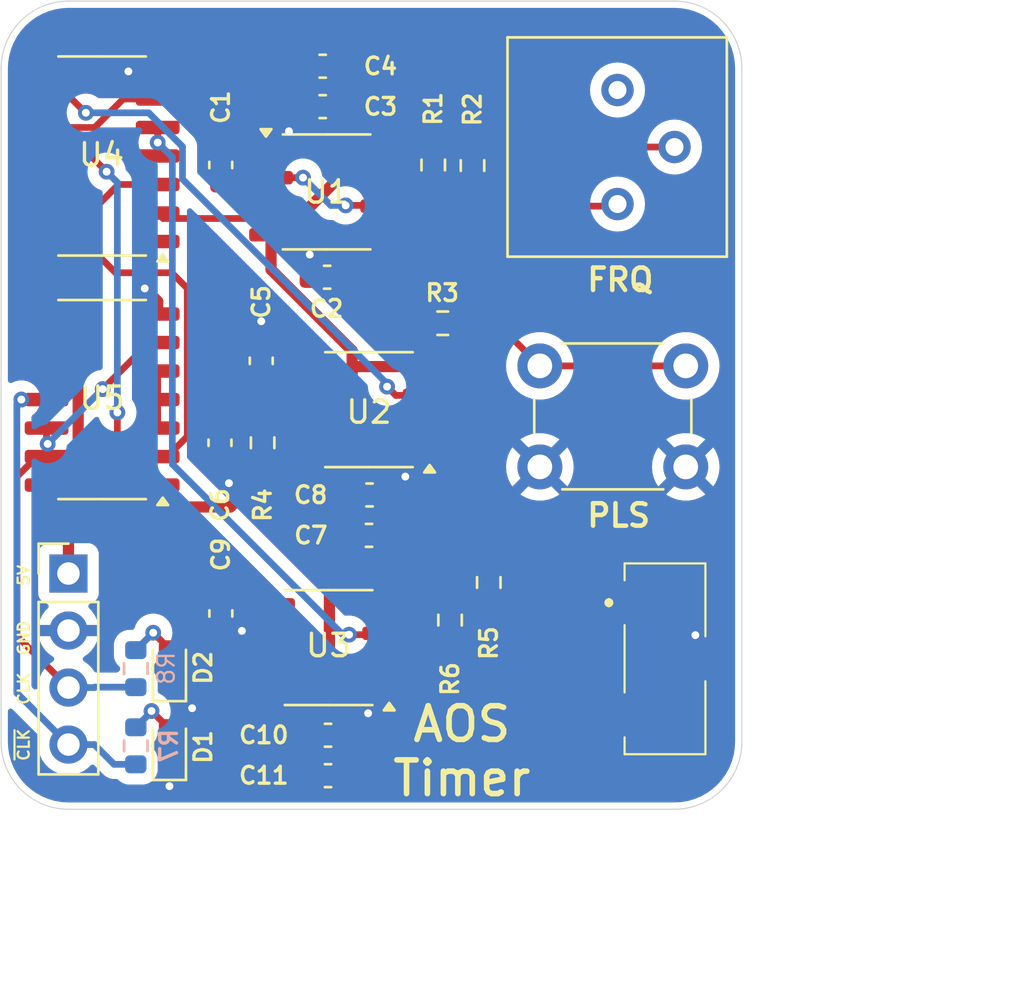
<source format=kicad_pcb>
(kicad_pcb (version 20240108) (generator "pcbnew") (generator_version "8.0")
  (layers (0 "F.Cu" signal) (31 "B.Cu" signal) (34 "B.Paste" user) (35 "F.Paste" user) (36 "B.SilkS" user "B.Silkscreen") (37 "F.SilkS" user "F.Silkscreen") (38 "B.Mask" user) (39 "F.Mask" user) (44 "Edge.Cuts" user))
  (net 0 "")
  (net 1 "Net-(U1-THR)")
  (net 2 "GND")
  (net 3 "VCC")
  (net 4 "Net-(U1-DIS)")
  (net 5 "Net-(R2-Pad2)")
  (net 7 "Net-(U2-CV)")
  (net 8 "Net-(U1-CV)")
  (net 9 "Net-(U2-DIS)")
  (net 10 "Net-(U3-CV)")
  (net 11 "Net-(U2-TR)")
  (net 12 "Net-(U3-R)")
  (net 13 "Net-(U3-TR)")
  (net 14 "Net-(U1-Q)")
  (net 15 "Net-(U2-Q)")
  (net 17 "Net-(U3-Q)")
  (net 18 "Net-(U4-Pad10)")
  (net 19 "Net-(U4-Pad13)")
  (net 20 "Net-(U4-Pad11)")
  (net 21 "Net-(U4-Pad12)")
  (net 22 "Net-(J1-Pin_3)")
  (net 23 "Net-(U5-Pad2)")
  (net 24 "Net-(J1-Pin_4)")
  (net 25 "/HLT")
  (net 26 "Net-(U5-Pad3)")
  (net 27 "Net-(D1-A)")
  (net 28 "Net-(D2-A)")
  (footprint "LED_SMD:LED_0603_1608Metric" (layer "F.Cu") (at 78 86.7 90)
    (property "Reference" "D2" (at 0 1.5 90) (layer "F.SilkS") (effects (font (size 0.75 0.75))))
    (property "Value" "LED" (hide yes))
    (fp_line (start 0.8 -0.735) (end -1.485 -0.735) (stroke (width 0.12)) (layer "F.SilkS"))
    (fp_line (start -1.485 -0.735) (end -1.485 0.735) (stroke (width 0.12)) (layer "F.SilkS"))
    (fp_line (start -1.485 0.735) (end 0.8 0.735) (stroke (width 0.12)) (layer "F.SilkS"))
    (pad "1" smd roundrect (at -0.7875 0 90) (size 0.875 0.95) (layers "F.Cu" "F.Paste" "F.Mask") (net 2 "GND"))
    (pad "2" smd roundrect (at 0.7875 0 90) (size 0.875 0.95) (layers "F.Cu" "F.Paste" "F.Mask") (net 28 "Net-(D2-A)"))
  )
  (footprint "Package_SO:SOIC-8_3.9x4.9mm_P1.27mm" (layer "F.Cu") (at 85 65.5)
    (property "Reference" "U1" (at 0 0 0) (layer "F.SilkS"))
    (property "Value" "LM555xMM" (hide yes))
    (fp_line (start 0 -2.56) (end -1.95 -2.56) (stroke (width 0.12)) (layer "F.SilkS"))
    (fp_line (start 0 -2.56) (end 1.95 -2.56) (stroke (width 0.12)) (layer "F.SilkS"))
    (fp_line (start 0 2.56) (end -1.95 2.56) (stroke (width 0.12)) (layer "F.SilkS"))
    (fp_line (start 0 2.56) (end 1.95 2.56) (stroke (width 0.12)) (layer "F.SilkS"))
    (fp_poly (pts (xy -2.7 -2.465) (xy -2.94 -2.795) (xy -2.46 -2.795) (xy -2.7 -2.465)) (stroke (width 0.12)) (fill solid) (layer "F.SilkS"))
    (pad "1" smd roundrect (at -2.475 -1.905) (size 1.95 0.6) (layers "F.Cu" "F.Paste" "F.Mask") (net 2 "GND"))
    (pad "2" smd roundrect (at -2.475 -0.635) (size 1.95 0.6) (layers "F.Cu" "F.Paste" "F.Mask") (net 1 "Net-(U1-THR)"))
    (pad "3" smd roundrect (at -2.475 0.635) (size 1.95 0.6) (layers "F.Cu" "F.Paste" "F.Mask") (net 14 "Net-(U1-Q)"))
    (pad "4" smd roundrect (at -2.475 1.905) (size 1.95 0.6) (layers "F.Cu" "F.Paste" "F.Mask") (net 3 "VCC"))
    (pad "5" smd roundrect (at 2.475 1.905) (size 1.95 0.6) (layers "F.Cu" "F.Paste" "F.Mask") (net 8 "Net-(U1-CV)"))
    (pad "6" smd roundrect (at 2.475 0.635) (size 1.95 0.6) (layers "F.Cu" "F.Paste" "F.Mask") (net 1 "Net-(U1-THR)"))
    (pad "7" smd roundrect (at 2.475 -0.635) (size 1.95 0.6) (layers "F.Cu" "F.Paste" "F.Mask") (net 4 "Net-(U1-DIS)"))
    (pad "8" smd roundrect (at 2.475 -1.905) (size 1.95 0.6) (layers "F.Cu" "F.Paste" "F.Mask") (net 3 "VCC"))
  )
  (footprint "Capacitor_SMD:C_0603_1608Metric" (layer "F.Cu") (at 82.0883 73.025 90)
    (property "Reference" "C5" (at 2.625 0 90) (layer "F.SilkS") (effects (font (size 0.75 0.75))))
    (property "Value" "0.01µF" (hide yes))
    (fp_line (start -0.14058 -0.51) (end 0.14058 -0.51) (stroke (width 0.12)) (layer "F.SilkS"))
    (fp_line (start -0.14058 0.51) (end 0.14058 0.51) (stroke (width 0.12)) (layer "F.SilkS"))
    (pad "1" smd roundrect (at -0.775 0 90) (size 0.9 0.95) (layers "F.Cu" "F.Paste" "F.Mask") (net 7 "Net-(U2-CV)"))
    (pad "2" smd roundrect (at 0.775 0 90) (size 0.9 0.95) (layers "F.Cu" "F.Paste" "F.Mask") (net 2 "GND"))
  )
  (footprint "Capacitor_SMD:C_0603_1608Metric" (layer "F.Cu") (at 84.825 61.7 180)
    (property "Reference" "C3" (at -2.575 0 0) (layer "F.SilkS") (effects (font (size 0.75 0.75))))
    (property "Value" "0.1µF" (hide yes))
    (fp_line (start -0.14058 0.51) (end 0.14058 0.51) (stroke (width 0.12)) (layer "F.SilkS"))
    (fp_line (start -0.14058 -0.51) (end 0.14058 -0.51) (stroke (width 0.12)) (layer "F.SilkS"))
    (pad "1" smd roundrect (at -0.775 0 180) (size 0.9 0.95) (layers "F.Cu" "F.Paste" "F.Mask") (net 3 "VCC"))
    (pad "2" smd roundrect (at 0.775 0 180) (size 0.9 0.95) (layers "F.Cu" "F.Paste" "F.Mask") (net 2 "GND"))
  )
  (footprint "Resistor_SMD:R_0603_1608Metric" (layer "F.Cu") (at 90.175 71.35 180)
    (property "Reference" "R3" (at 0.025 1.35 0) (layer "F.SilkS") (effects (font (size 0.75 0.75))))
    (property "Value" "1K" (hide yes))
    (fp_line (start -0.237258 0.5225) (end 0.237258 0.5225) (stroke (width 0.12)) (layer "F.SilkS"))
    (fp_line (start -0.237258 -0.5225) (end 0.237258 -0.5225) (stroke (width 0.12)) (layer "F.SilkS"))
    (pad "1" smd roundrect (at -0.825 0 180) (size 0.8 0.95) (layers "F.Cu" "F.Paste" "F.Mask") (net 11 "Net-(U2-TR)"))
    (pad "2" smd roundrect (at 0.825 0 180) (size 0.8 0.95) (layers "F.Cu" "F.Paste" "F.Mask") (net 3 "VCC"))
  )
  (footprint "Capacitor_SMD:C_0603_1608Metric" (layer "F.Cu") (at 80.285 64.3 90)
    (property "Reference" "C1" (at 2.575 0 90) (layer "F.SilkS") (effects (font (size 0.75 0.75))))
    (property "Value" "1µF" (hide yes))
    (fp_line (start -0.14058 -0.51) (end 0.14058 -0.51) (stroke (width 0.12)) (layer "F.SilkS"))
    (fp_line (start -0.14058 0.51) (end 0.14058 0.51) (stroke (width 0.12)) (layer "F.SilkS"))
    (pad "1" smd roundrect (at -0.775 0 90) (size 0.9 0.95) (layers "F.Cu" "F.Paste" "F.Mask") (net 1 "Net-(U1-THR)"))
    (pad "2" smd roundrect (at 0.775 0 90) (size 0.9 0.95) (layers "F.Cu" "F.Paste" "F.Mask") (net 2 "GND"))
  )
  (footprint "Capacitor_SMD:C_0603_1608Metric" (layer "F.Cu") (at 80.25 76.675 -90)
    (property "Reference" "C6" (at 2.775 0 90) (layer "F.SilkS") (effects (font (size 0.75 0.75))))
    (property "Value" "0.1µF" (hide yes))
    (fp_line (start -0.14058 0.51) (end 0.14058 0.51) (stroke (width 0.12)) (layer "F.SilkS"))
    (fp_line (start -0.14058 -0.51) (end 0.14058 -0.51) (stroke (width 0.12)) (layer "F.SilkS"))
    (pad "1" smd roundrect (at -0.775 0 270) (size 0.9 0.95) (layers "F.Cu" "F.Paste" "F.Mask") (net 9 "Net-(U2-DIS)"))
    (pad "2" smd roundrect (at 0.775 0 270) (size 0.9 0.95) (layers "F.Cu" "F.Paste" "F.Mask") (net 2 "GND"))
  )
  (footprint "Package_SO:SOIC-8_3.9x4.9mm_P1.27mm" (layer "F.Cu") (at 85.0883 85.8 180)
    (property "Reference" "U3" (at 0 0.095 0) (layer "F.SilkS"))
    (property "Value" "LM555xMM" (hide yes))
    (fp_line (start 0 2.56) (end 1.95 2.56) (stroke (width 0.12)) (layer "F.SilkS"))
    (fp_line (start 0 2.56) (end -1.95 2.56) (stroke (width 0.12)) (layer "F.SilkS"))
    (fp_line (start 0 -2.56) (end 1.95 -2.56) (stroke (width 0.12)) (layer "F.SilkS"))
    (fp_line (start 0 -2.56) (end -1.95 -2.56) (stroke (width 0.12)) (layer "F.SilkS"))
    (fp_poly (pts (xy -2.7 -2.465) (xy -2.94 -2.795) (xy -2.46 -2.795) (xy -2.7 -2.465)) (stroke (width 0.12)) (fill solid) (layer "F.SilkS"))
    (pad "1" smd roundrect (at -2.475 -1.905 180) (size 1.95 0.6) (layers "F.Cu" "F.Paste" "F.Mask") (net 2 "GND"))
    (pad "2" smd roundrect (at -2.475 -0.635 180) (size 1.95 0.6) (layers "F.Cu" "F.Paste" "F.Mask") (net 13 "Net-(U3-TR)"))
    (pad "3" smd roundrect (at -2.475 0.635 180) (size 1.95 0.6) (layers "F.Cu" "F.Paste" "F.Mask") (net 17 "Net-(U3-Q)"))
    (pad "4" smd roundrect (at -2.475 1.905 180) (size 1.95 0.6) (layers "F.Cu" "F.Paste" "F.Mask") (net 12 "Net-(U3-R)"))
    (pad "5" smd roundrect (at 2.475 1.905 180) (size 1.95 0.6) (layers "F.Cu" "F.Paste" "F.Mask") (net 10 "Net-(U3-CV)"))
    (pad "6" smd roundrect (at 2.475 0.635 180) (size 1.95 0.6) (layers "F.Cu" "F.Paste" "F.Mask") (net 2 "GND"))
    (pad "7" smd roundrect (at 2.475 -0.635 180) (size 1.95 0.6) (layers "F.Cu" "F.Paste" "F.Mask"))
    (pad "8" smd roundrect (at 2.475 -1.905 180) (size 1.95 0.6) (layers "F.Cu" "F.Paste" "F.Mask") (net 3 "VCC"))
  )
  (footprint "js button:JS102011JCQN" (layer "F.Cu") (at 99.775 86.3 -90)
    (property "Reference" "S1" (hide yes))
    (property "Value" "JS102011JCQN" (hide yes))
    (fp_line (start -2.6 2.2) (end -2.6 2.2) (stroke (width 0.2)) (layer "F.SilkS"))
    (fp_line (start -2.4 2.2) (end -2.4 2.2) (stroke (width 0.2)) (layer "F.SilkS"))
    (fp_line (start -4.25 1.5) (end -4.25 -2.1) (stroke (width 0.1)) (layer "F.SilkS"))
    (fp_line (start -3.5 1.5) (end -4.25 1.5) (stroke (width 0.1)) (layer "F.SilkS"))
    (fp_line (start -1.5 1.5) (end 1.5 1.5) (stroke (width 0.1)) (layer "F.SilkS"))
    (fp_line (start 4.25 1.5) (end 3.5 1.5) (stroke (width 0.1)) (layer "F.SilkS"))
    (fp_line (start -4.25 -2.1) (end -1 -2.1) (stroke (width 0.1)) (layer "F.SilkS"))
    (fp_line (start 1 -2.1) (end 4.25 -2.1) (stroke (width 0.1)) (layer "F.SilkS"))
    (fp_line (start 4.25 -2.1) (end 4.25 1.5) (stroke (width 0.1)) (layer "F.SilkS"))
    (fp_arc (start -2.6 2.2) (mid -2.5 2.1) (end -2.4 2.2) (stroke (width 0.2)) (layer "F.SilkS"))
    (fp_arc (start -2.4 2.2) (mid -2.5 2.3) (end -2.6 2.2) (stroke (width 0.2)) (layer "F.SilkS"))
    (pad "1" smd rect (at -2.5 0.9 270) (size 1 1.6) (layers "F.Cu" "F.Paste" "F.Mask") (net 12 "Net-(U3-R)"))
    (pad "2" smd rect (at 0 -1.5 270) (size 1 1.6) (layers "F.Cu" "F.Paste" "F.Mask") (net 2 "GND"))
    (pad "3" smd rect (at 2.5 0.9 270) (size 1 1.6) (layers "F.Cu" "F.Paste" "F.Mask") (net 13 "Net-(U3-TR)"))
  )
  (footprint "Capacitor_SMD:C_0603_1608Metric" (layer "F.Cu") (at 85.025 69.3 180)
    (property "Reference" "C2" (at 0.025 -1.4 0) (layer "F.SilkS") (effects (font (size 0.75 0.75))))
    (property "Value" "0.01µF" (hide yes))
    (fp_line (start -0.14058 0.51) (end 0.14058 0.51) (stroke (width 0.12)) (layer "F.SilkS"))
    (fp_line (start -0.14058 -0.51) (end 0.14058 -0.51) (stroke (width 0.12)) (layer "F.SilkS"))
    (pad "1" smd roundrect (at -0.775 0 180) (size 0.9 0.95) (layers "F.Cu" "F.Paste" "F.Mask") (net 8 "Net-(U1-CV)"))
    (pad "2" smd roundrect (at 0.775 0 180) (size 0.9 0.95) (layers "F.Cu" "F.Paste" "F.Mask") (net 2 "GND"))
  )
  (footprint "Resistor_SMD:R_0603_1608Metric" (layer "F.Cu") (at 89.75 64.3 -90)
    (property "Reference" "R1" (at -2.5 0 90) (layer "F.SilkS") (effects (font (size 0.75 0.75))))
    (property "Value" "1K" (hide yes))
    (fp_line (start -0.237258 0.5225) (end 0.237258 0.5225) (stroke (width 0.12)) (layer "F.SilkS"))
    (fp_line (start -0.237258 -0.5225) (end 0.237258 -0.5225) (stroke (width 0.12)) (layer "F.SilkS"))
    (pad "1" smd roundrect (at -0.825 0 270) (size 0.8 0.95) (layers "F.Cu" "F.Paste" "F.Mask") (net 3 "VCC"))
    (pad "2" smd roundrect (at 0.825 0 270) (size 0.8 0.95) (layers "F.Cu" "F.Paste" "F.Mask") (net 4 "Net-(U1-DIS)"))
  )
  (footprint "LED_SMD:LED_0603_1608Metric" (layer "F.Cu") (at 78 90.2125 90)
    (property "Reference" "D1" (at -0.0125 1.5 90) (layer "F.SilkS") (effects (font (size 0.75 0.75))))
    (property "Value" "LED" (hide yes))
    (fp_line (start 0.8 -0.735) (end -1.485 -0.735) (stroke (width 0.12)) (layer "F.SilkS"))
    (fp_line (start -1.485 -0.735) (end -1.485 0.735) (stroke (width 0.12)) (layer "F.SilkS"))
    (fp_line (start -1.485 0.735) (end 0.8 0.735) (stroke (width 0.12)) (layer "F.SilkS"))
    (pad "1" smd roundrect (at -0.7875 0 90) (size 0.875 0.95) (layers "F.Cu" "F.Paste" "F.Mask") (net 2 "GND"))
    (pad "2" smd roundrect (at 0.7875 0 90) (size 0.875 0.95) (layers "F.Cu" "F.Paste" "F.Mask") (net 27 "Net-(D1-A)"))
  )
  (footprint "Resistor_SMD:R_0603_1608Metric" (layer "F.Cu") (at 82.15 76.675 90)
    (property "Reference" "R4" (at -2.775 0 90) (layer "F.SilkS") (effects (font (size 0.75 0.75))))
    (property "Value" "1M" (hide yes))
    (fp_line (start -0.237258 -0.5225) (end 0.237258 -0.5225) (stroke (width 0.12)) (layer "F.SilkS"))
    (fp_line (start -0.237258 0.5225) (end 0.237258 0.5225) (stroke (width 0.12)) (layer "F.SilkS"))
    (pad "1" smd roundrect (at -0.825 0 90) (size 0.8 0.95) (layers "F.Cu" "F.Paste" "F.Mask") (net 3 "VCC"))
    (pad "2" smd roundrect (at 0.825 0 90) (size 0.8 0.95) (layers "F.Cu" "F.Paste" "F.Mask") (net 9 "Net-(U2-DIS)"))
  )
  (footprint "Capacitor_SMD:C_0603_1608Metric" (layer "F.Cu") (at 86.9133 79)
    (property "Reference" "C8" (at -2.625 0 0) (layer "F.SilkS") (effects (font (size 0.75 0.75))))
    (property "Value" "0.1µF" (hide yes))
    (fp_line (start -0.14058 -0.51) (end 0.14058 -0.51) (stroke (width 0.12)) (layer "F.SilkS"))
    (fp_line (start -0.14058 0.51) (end 0.14058 0.51) (stroke (width 0.12)) (layer "F.SilkS"))
    (pad "1" smd roundrect (at -0.775 0) (size 0.9 0.95) (layers "F.Cu" "F.Paste" "F.Mask") (net 3 "VCC"))
    (pad "2" smd roundrect (at 0.775 0) (size 0.9 0.95) (layers "F.Cu" "F.Paste" "F.Mask") (net 2 "GND"))
  )
  (footprint "Resistor_SMD:R_0603_1608Metric" (layer "F.Cu") (at 90.5 84.575 -90)
    (property "Reference" "R6" (at 2.625 0 90) (layer "F.SilkS") (effects (font (size 0.75 0.75))))
    (property "Value" "1K" (hide yes))
    (fp_line (start -0.237258 0.5225) (end 0.237258 0.5225) (stroke (width 0.12)) (layer "F.SilkS"))
    (fp_line (start -0.237258 -0.5225) (end 0.237258 -0.5225) (stroke (width 0.12)) (layer "F.SilkS"))
    (pad "1" smd roundrect (at -0.825 0 270) (size 0.8 0.95) (layers "F.Cu" "F.Paste" "F.Mask") (net 3 "VCC"))
    (pad "2" smd roundrect (at 0.825 0 270) (size 0.8 0.95) (layers "F.Cu" "F.Paste" "F.Mask") (net 13 "Net-(U3-TR)"))
  )
  (footprint "Package_SO:SOIC-14_3.9x8.7mm_P1.27mm" (layer "F.Cu") (at 75 74.75 180)
    (property "Reference" "U5" (at 0 0.06 0) (layer "F.SilkS"))
    (property "Value" "7400" (hide yes))
    (fp_line (start 0 4.435) (end 1.95 4.435) (stroke (width 0.12)) (layer "F.SilkS"))
    (fp_line (start 0 4.435) (end -1.95 4.435) (stroke (width 0.12)) (layer "F.SilkS"))
    (fp_line (start 0 -4.435) (end 1.95 -4.435) (stroke (width 0.12)) (layer "F.SilkS"))
    (fp_line (start 0 -4.435) (end -1.95 -4.435) (stroke (width 0.12)) (layer "F.SilkS"))
    (fp_poly (pts (xy -2.7 -4.37) (xy -2.94 -4.7) (xy -2.46 -4.7) (xy -2.7 -4.37)) (stroke (width 0.12)) (fill solid) (layer "F.SilkS"))
    (pad "1" smd roundrect (at -2.475 -3.81 180) (size 1.95 0.6) (layers "F.Cu" "F.Paste" "F.Mask") (net 20 "Net-(U4-Pad11)"))
    (pad "2" smd roundrect (at -2.475 -2.54 180) (size 1.95 0.6) (layers "F.Cu" "F.Paste" "F.Mask") (net 23 "Net-(U5-Pad2)"))
    (pad "3" smd roundrect (at -2.475 -1.27 180) (size 1.95 0.6) (layers "F.Cu" "F.Paste" "F.Mask") (net 26 "Net-(U5-Pad3)"))
    (pad "4" smd roundrect (at -2.475 0 180) (size 1.95 0.6) (layers "F.Cu" "F.Paste" "F.Mask") (net 26 "Net-(U5-Pad3)"))
    (pad "5" smd roundrect (at -2.475 1.27 180) (size 1.95 0.6) (layers "F.Cu" "F.Paste" "F.Mask") (net 26 "Net-(U5-Pad3)"))
    (pad "6" smd roundrect (at -2.475 2.54 180) (size 1.95 0.6) (layers "F.Cu" "F.Paste" "F.Mask") (net 22 "Net-(J1-Pin_3)"))
    (pad "7" smd roundrect (at -2.475 3.81 180) (size 1.95 0.6) (layers "F.Cu" "F.Paste" "F.Mask") (net 2 "GND"))
    (pad "8" smd roundrect (at 2.475 3.81 180) (size 1.95 0.6) (layers "F.Cu" "F.Paste" "F.Mask") (net 23 "Net-(U5-Pad2)"))
    (pad "9" smd roundrect (at 2.475 2.54 180) (size 1.95 0.6) (layers "F.Cu" "F.Paste" "F.Mask") (net 25 "/HLT"))
    (pad "10" smd roundrect (at 2.475 1.27 180) (size 1.95 0.6) (layers "F.Cu" "F.Paste" "F.Mask") (net 25 "/HLT"))
    (pad "11" smd roundrect (at 2.475 0 180) (size 1.95 0.6) (layers "F.Cu" "F.Paste" "F.Mask") (net 24 "Net-(J1-Pin_4)"))
    (pad "12" smd roundrect (at 2.475 -1.27 180) (size 1.95 0.6) (layers "F.Cu" "F.Paste" "F.Mask") (net 22 "Net-(J1-Pin_3)"))
    (pad "13" smd roundrect (at 2.475 -2.54 180) (size 1.95 0.6) (layers "F.Cu" "F.Paste" "F.Mask") (net 22 "Net-(J1-Pin_3)"))
    (pad "14" smd roundrect (at 2.475 -3.81 180) (size 1.95 0.6) (layers "F.Cu" "F.Paste" "F.Mask") (net 3 "VCC"))
  )
  (footprint "Resistor_SMD:R_0603_1608Metric" (layer "F.Cu") (at 91.5 64.325 90)
    (property "Reference" "R2" (at 2.5 0 90) (layer "F.SilkS") (effects (font (size 0.75 0.75))))
    (property "Value" "1K" (hide yes))
    (fp_line (start -0.237258 -0.5225) (end 0.237258 -0.5225) (stroke (width 0.12)) (layer "F.SilkS"))
    (fp_line (start -0.237258 0.5225) (end 0.237258 0.5225) (stroke (width 0.12)) (layer "F.SilkS"))
    (pad "1" smd roundrect (at -0.825 0 90) (size 0.8 0.95) (layers "F.Cu" "F.Paste" "F.Mask") (net 4 "Net-(U1-DIS)"))
    (pad "2" smd roundrect (at 0.825 0 90) (size 0.8 0.95) (layers "F.Cu" "F.Paste" "F.Mask") (net 5 "Net-(R2-Pad2)"))
  )
  (footprint "Resistor_SMD:R_0603_1608Metric" (layer "F.Cu") (at 92.225 82.9 90)
    (property "Reference" "R5" (at -2.7 0 90) (layer "F.SilkS") (effects (font (size 0.75 0.75))))
    (property "Value" "1K" (hide yes))
    (fp_line (start -0.237258 -0.5225) (end 0.237258 -0.5225) (stroke (width 0.12)) (layer "F.SilkS"))
    (fp_line (start -0.237258 0.5225) (end 0.237258 0.5225) (stroke (width 0.12)) (layer "F.SilkS"))
    (pad "1" smd roundrect (at -0.825 0 90) (size 0.8 0.95) (layers "F.Cu" "F.Paste" "F.Mask") (net 3 "VCC"))
    (pad "2" smd roundrect (at 0.825 0 90) (size 0.8 0.95) (layers "F.Cu" "F.Paste" "F.Mask") (net 12 "Net-(U3-R)"))
  )
  (footprint "Capacitor_SMD:C_0603_1608Metric" (layer "F.Cu") (at 84.825 59.9 180)
    (property "Reference" "C4" (at -2.575 0 0) (layer "F.SilkS") (effects (font (size 0.75 0.75))))
    (property "Value" "1µF" (hide yes))
    (fp_line (start -0.14058 0.51) (end 0.14058 0.51) (stroke (width 0.12)) (layer "F.SilkS"))
    (fp_line (start -0.14058 -0.51) (end 0.14058 -0.51) (stroke (width 0.12)) (layer "F.SilkS"))
    (pad "1" smd roundrect (at -0.775 0 180) (size 0.9 0.95) (layers "F.Cu" "F.Paste" "F.Mask") (net 3 "VCC"))
    (pad "2" smd roundrect (at 0.775 0 180) (size 0.9 0.95) (layers "F.Cu" "F.Paste" "F.Mask") (net 2 "GND"))
  )
  (footprint "Potentiometer_THT:Potentiometer_Bourns_3386P_Vertical" (layer "F.Cu") (at 97.96 66.04)
    (property "Reference" "RV1" (hide yes))
    (property "Value" "1M" (hide yes))
    (fp_line (start -4.9 -7.425) (end -4.9 2.345) (stroke (width 0.12)) (layer "F.SilkS"))
    (fp_line (start -4.9 -7.425) (end 4.87 -7.425) (stroke (width 0.12)) (layer "F.SilkS"))
    (fp_line (start -4.9 2.345) (end 4.87 2.345) (stroke (width 0.12)) (layer "F.SilkS"))
    (fp_line (start 4.87 -7.425) (end 4.87 2.345) (stroke (width 0.12)) (layer "F.SilkS"))
    (pad "1" thru_hole circle (at 0 0) (size 1.44 1.44) (drill 0.8) (layers "*.Cu" "*.Mask") (net 1 "Net-(U1-THR)"))
    (pad "2" thru_hole circle (at 2.54 -2.54) (size 1.44 1.44) (drill 0.8) (layers "*.Cu" "*.Mask") (net 5 "Net-(R2-Pad2)"))
    (pad "3" thru_hole circle (at 0 -5.08) (size 1.44 1.44) (drill 0.8) (layers "*.Cu" "*.Mask"))
  )
  (footprint "Capacitor_SMD:C_0603_1608Metric" (layer "F.Cu") (at 80.2883 84.28 -90)
    (property "Reference" "C9" (at -2.625 0 90) (layer "F.SilkS") (effects (font (size 0.75 0.75))))
    (property "Value" "0.01µF" (hide yes))
    (fp_line (start -0.14058 0.51) (end 0.14058 0.51) (stroke (width 0.12)) (layer "F.SilkS"))
    (fp_line (start -0.14058 -0.51) (end 0.14058 -0.51) (stroke (width 0.12)) (layer "F.SilkS"))
    (pad "1" smd roundrect (at -0.775 0 270) (size 0.9 0.95) (layers "F.Cu" "F.Paste" "F.Mask") (net 10 "Net-(U3-CV)"))
    (pad "2" smd roundrect (at 0.775 0 270) (size 0.9 0.95) (layers "F.Cu" "F.Paste" "F.Mask") (net 2 "GND"))
  )
  (footprint "Connector_PinHeader_2.54mm:PinHeader_1x04_P2.54mm_Vertical" (layer "F.Cu") (at 73.5 82.5)
    (property "Reference" "J1" (hide yes))
    (property "Value" "Conn_01x04_Pin" (hide yes))
    (fp_line (start -1.33 -1.33) (end 0 -1.33) (stroke (width 0.12)) (layer "F.SilkS"))
    (fp_line (start -1.33 0) (end -1.33 -1.33) (stroke (width 0.12)) (layer "F.SilkS"))
    (fp_line (start -1.33 1.27) (end -1.33 8.95) (stroke (width 0.12)) (layer "F.SilkS"))
    (fp_line (start -1.33 1.27) (end 1.33 1.27) (stroke (width 0.12)) (layer "F.SilkS"))
    (fp_line (start -1.33 8.95) (end 1.33 8.95) (stroke (width 0.12)) (layer "F.SilkS"))
    (fp_line (start 1.33 1.27) (end 1.33 8.95) (stroke (width 0.12)) (layer "F.SilkS"))
    (pad "1" thru_hole rect (at 0 0) (size 1.7 1.7) (drill 1) (layers "*.Cu" "*.Mask") (net 3 "VCC"))
    (pad "2" thru_hole oval (at 0 2.54) (size 1.7 1.7) (drill 1) (layers "*.Cu" "*.Mask") (net 2 "GND"))
    (pad "3" thru_hole oval (at 0 5.08) (size 1.7 1.7) (drill 1) (layers "*.Cu" "*.Mask") (net 22 "Net-(J1-Pin_3)"))
    (pad "4" thru_hole oval (at 0 7.62) (size 1.7 1.7) (drill 1) (layers "*.Cu" "*.Mask") (net 24 "Net-(J1-Pin_4)"))
  )
  (footprint "Package_SO:SOIC-8_3.9x4.9mm_P1.27mm" (layer "F.Cu") (at 86.8883 75.2 180)
    (property "Reference" "U2" (at 0 -0.105 0) (layer "F.SilkS"))
    (property "Value" "LM555xMM" (hide yes))
    (fp_line (start 0 2.56) (end 1.95 2.56) (stroke (width 0.12)) (layer "F.SilkS"))
    (fp_line (start 0 2.56) (end -1.95 2.56) (stroke (width 0.12)) (layer "F.SilkS"))
    (fp_line (start 0 -2.56) (end 1.95 -2.56) (stroke (width 0.12)) (layer "F.SilkS"))
    (fp_line (start 0 -2.56) (end -1.95 -2.56) (stroke (width 0.12)) (layer "F.SilkS"))
    (fp_poly (pts (xy -2.7 -2.465) (xy -2.94 -2.795) (xy -2.46 -2.795) (xy -2.7 -2.465)) (stroke (width 0.12)) (fill solid) (layer "F.SilkS"))
    (pad "1" smd roundrect (at -2.475 -1.905 180) (size 1.95 0.6) (layers "F.Cu" "F.Paste" "F.Mask") (net 2 "GND"))
    (pad "2" smd roundrect (at -2.475 -0.635 180) (size 1.95 0.6) (layers "F.Cu" "F.Paste" "F.Mask") (net 11 "Net-(U2-TR)"))
    (pad "3" smd roundrect (at -2.475 0.635 180) (size 1.95 0.6) (layers "F.Cu" "F.Paste" "F.Mask") (net 15 "Net-(U2-Q)"))
    (pad "4" smd roundrect (at -2.475 1.905 180) (size 1.95 0.6) (layers "F.Cu" "F.Paste" "F.Mask") (net 3 "VCC"))
    (pad "5" smd roundrect (at 2.475 1.905 180) (size 1.95 0.6) (layers "F.Cu" "F.Paste" "F.Mask") (net 7 "Net-(U2-CV)"))
    (pad "6" smd roundrect (at 2.475 0.635 180) (size 1.95 0.6) (layers "F.Cu" "F.Paste" "F.Mask") (net 9 "Net-(U2-DIS)"))
    (pad "7" smd roundrect (at 2.475 -0.635 180) (size 1.95 0.6) (layers "F.Cu" "F.Paste" "F.Mask") (net 9 "Net-(U2-DIS)"))
    (pad "8" smd roundrect (at 2.475 -1.905 180) (size 1.95 0.6) (layers "F.Cu" "F.Paste" "F.Mask") (net 3 "VCC"))
  )
  (footprint "Capacitor_SMD:C_0603_1608Metric" (layer "F.Cu") (at 85.0633 89.705)
    (property "Reference" "C10" (at -2.8633 -0.005 0) (layer "F.SilkS") (effects (font (size 0.75 0.75))))
    (property "Value" "1µF" (hide yes))
    (fp_line (start -0.14058 -0.51) (end 0.14058 -0.51) (stroke (width 0.12)) (layer "F.SilkS"))
    (fp_line (start -0.14058 0.51) (end 0.14058 0.51) (stroke (width 0.12)) (layer "F.SilkS"))
    (pad "1" smd roundrect (at -0.775 0) (size 0.9 0.95) (layers "F.Cu" "F.Paste" "F.Mask") (net 3 "VCC"))
    (pad "2" smd roundrect (at 0.775 0) (size 0.9 0.95) (layers "F.Cu" "F.Paste" "F.Mask") (net 2 "GND"))
  )
  (footprint "Button_Switch_THT:SW_PUSH_6mm_H5mm" (layer "F.Cu") (at 101 77.75 180)
    (property "Reference" "SW1" (hide yes))
    (property "Value" "SW_Push" (hide yes))
    (fp_line (start 6.75 3) (end 6.75 1.5) (stroke (width 0.12)) (layer "F.SilkS"))
    (fp_line (start 5.5 -1) (end 1 -1) (stroke (width 0.12)) (layer "F.SilkS"))
    (fp_line (start 1 5.5) (end 5.5 5.5) (stroke (width 0.12)) (layer "F.SilkS"))
    (fp_line (start -0.25 1.5) (end -0.25 3) (stroke (width 0.12)) (layer "F.SilkS"))
    (pad "1" thru_hole circle (at 0 0 270) (size 2 2) (drill 1.1) (layers "*.Cu" "*.Mask") (net 2 "GND"))
    (pad "1" thru_hole circle (at 6.5 0 270) (size 2 2) (drill 1.1) (layers "*.Cu" "*.Mask") (net 2 "GND"))
    (pad "2" thru_hole circle (at 0 4.5 270) (size 2 2) (drill 1.1) (layers "*.Cu" "*.Mask") (net 11 "Net-(U2-TR)"))
    (pad "2" thru_hole circle (at 6.5 4.5 270) (size 2 2) (drill 1.1) (layers "*.Cu" "*.Mask") (net 11 "Net-(U2-TR)"))
  )
  (footprint "Capacitor_SMD:C_0603_1608Metric" (layer "F.Cu") (at 86.8883 80.8)
    (property "Reference" "C7" (at -2.5883 0 0) (layer "F.SilkS") (effects (font (size 0.75 0.75))))
    (property "Value" "1µF" (hide yes))
    (fp_line (start -0.14058 -0.51) (end 0.14058 -0.51) (stroke (width 0.12)) (layer "F.SilkS"))
    (fp_line (start -0.14058 0.51) (end 0.14058 0.51) (stroke (width 0.12)) (layer "F.SilkS"))
    (pad "1" smd roundrect (at -0.775 0) (size 0.9 0.95) (layers "F.Cu" "F.Paste" "F.Mask") (net 3 "VCC"))
    (pad "2" smd roundrect (at 0.775 0) (size 0.9 0.95) (layers "F.Cu" "F.Paste" "F.Mask") (net 2 "GND"))
  )
  (footprint "Capacitor_SMD:C_0603_1608Metric" (layer "F.Cu") (at 85.0633 91.505)
    (property "Reference" "C11" (at -2.8633 -0.005 0) (layer "F.SilkS") (effects (font (size 0.75 0.75))))
    (property "Value" "0.1µF" (hide yes))
    (fp_line (start -0.14058 -0.51) (end 0.14058 -0.51) (stroke (width 0.12)) (layer "F.SilkS"))
    (fp_line (start -0.14058 0.51) (end 0.14058 0.51) (stroke (width 0.12)) (layer "F.SilkS"))
    (pad "1" smd roundrect (at -0.775 0) (size 0.9 0.95) (layers "F.Cu" "F.Paste" "F.Mask") (net 3 "VCC"))
    (pad "2" smd roundrect (at 0.775 0) (size 0.9 0.95) (layers "F.Cu" "F.Paste" "F.Mask") (net 2 "GND"))
  )
  (footprint "Package_SO:SOIC-14_3.9x8.7mm_P1.27mm" (layer "F.Cu") (at 75 63.9 180)
    (property "Reference" "U4" (at 0.025 0.05 0) (layer "F.SilkS"))
    (property "Value" "7400" (hide yes))
    (fp_line (start 0 4.435) (end 1.95 4.435) (stroke (width 0.12)) (layer "F.SilkS"))
    (fp_line (start 0 4.435) (end -1.95 4.435) (stroke (width 0.12)) (layer "F.SilkS"))
    (fp_line (start 0 -4.435) (end 1.95 -4.435) (stroke (width 0.12)) (layer "F.SilkS"))
    (fp_line (start 0 -4.435) (end -1.95 -4.435) (stroke (width 0.12)) (layer "F.SilkS"))
    (fp_poly (pts (xy -2.7 -4.37) (xy -2.94 -4.7) (xy -2.46 -4.7) (xy -2.7 -4.37)) (stroke (width 0.12)) (fill solid) (layer "F.SilkS"))
    (pad "1" smd roundrect (at -2.475 -3.81 180) (size 1.95 0.6) (layers "F.Cu" "F.Paste" "F.Mask") (net 17 "Net-(U3-Q)"))
    (pad "2" smd roundrect (at -2.475 -2.54 180) (size 1.95 0.6) (layers "F.Cu" "F.Paste" "F.Mask") (net 14 "Net-(U1-Q)"))
    (pad "3" smd roundrect (at -2.475 -1.27 180) (size 1.95 0.6) (layers "F.Cu" "F.Paste" "F.Mask") (net 19 "Net-(U4-Pad13)"))
    (pad "4" smd roundrect (at -2.475 0 180) (size 1.95 0.6) (layers "F.Cu" "F.Paste" "F.Mask") (net 17 "Net-(U3-Q)"))
    (pad "5" smd roundrect (at -2.475 1.27 180) (size 1.95 0.6) (layers "F.Cu" "F.Paste" "F.Mask") (net 17 "Net-(U3-Q)"))
    (pad "6" smd roundrect (at -2.475 2.54 180) (size 1.95 0.6) (layers "F.Cu" "F.Paste" "F.Mask") (net 18 "Net-(U4-Pad10)"))
    (pad "7" smd roundrect (at -2.475 3.81 180) (size 1.95 0.6) (layers "F.Cu" "F.Paste" "F.Mask") (net 2 "GND"))
    (pad "8" smd roundrect (at 2.475 3.81 180) (size 1.95 0.6) (layers "F.Cu" "F.Paste" "F.Mask") (net 21 "Net-(U4-Pad12)"))
    (pad "9" smd roundrect (at 2.475 2.54 180) (size 1.95 0.6) (layers "F.Cu" "F.Paste" "F.Mask") (net 15 "Net-(U2-Q)"))
    (pad "10" smd roundrect (at 2.475 1.27 180) (size 1.95 0.6) (layers "F.Cu" "F.Paste" "F.Mask") (net 18 "Net-(U4-Pad10)"))
    (pad "11" smd roundrect (at 2.475 0 180) (size 1.95 0.6) (layers "F.Cu" "F.Paste" "F.Mask") (net 20 "Net-(U4-Pad11)"))
    (pad "12" smd roundrect (at 2.475 -1.27 180) (size 1.95 0.6) (layers "F.Cu" "F.Paste" "F.Mask") (net 21 "Net-(U4-Pad12)"))
    (pad "13" smd roundrect (at 2.475 -2.54 180) (size 1.95 0.6) (layers "F.Cu" "F.Paste" "F.Mask") (net 19 "Net-(U4-Pad13)"))
    (pad "14" smd roundrect (at 2.475 -3.81 180) (size 1.95 0.6) (layers "F.Cu" "F.Paste" "F.Mask") (net 3 "VCC"))
  )
  (footprint "Resistor_SMD:R_0603_1608Metric" (layer "B.Cu") (at 76.5 90.175 -90)
    (property "Reference" "R7" (at 0 -1.475 90) (layer "B.SilkS") (effects (font (size 0.75 0.75)) (justify mirror)))
    (property "Value" "100" (hide yes))
    (fp_line (start 0.237258 0.5225) (end -0.237258 0.5225) (stroke (width 0.12)) (layer "B.SilkS"))
    (fp_line (start 0.237258 -0.5225) (end -0.237258 -0.5225) (stroke (width 0.12)) (layer "B.SilkS"))
    (pad "1" smd roundrect (at -0.825 0 270) (size 0.8 0.95) (layers "B.Cu" "B.Paste" "B.Mask") (net 27 "Net-(D1-A)"))
    (pad "2" smd roundrect (at 0.825 0 270) (size 0.8 0.95) (layers "B.Cu" "B.Paste" "B.Mask") (net 24 "Net-(J1-Pin_4)"))
  )
  (footprint "Resistor_SMD:R_0603_1608Metric" (layer "B.Cu") (at 76.5 86.7375 -90)
    (property "Reference" "R8" (at -0.0125 -1.35 90) (layer "B.SilkS") (effects (font (size 0.75 0.75) (thickness 0.1) (bold yes)) (justify mirror)))
    (property "Value" "100" (hide yes))
    (fp_line (start 0.237258 0.5225) (end -0.237258 0.5225) (stroke (width 0.12)) (layer "B.SilkS"))
    (fp_line (start 0.237258 -0.5225) (end -0.237258 -0.5225) (stroke (width 0.12)) (layer "B.SilkS"))
    (pad "1" smd roundrect (at -0.825 0 270) (size 0.8 0.95) (layers "B.Cu" "B.Paste" "B.Mask") (net 28 "Net-(D2-A)"))
    (pad "2" smd roundrect (at 0.825 0 270) (size 0.8 0.95) (layers "B.Cu" "B.Paste" "B.Mask") (net 22 "Net-(J1-Pin_3)"))
  )
  (gr_line (start 103.5 90) (end 103.5 60) (stroke (width 0.05)) (layer "Edge.Cuts"))
  (gr_arc (start 103.5 90) (mid 102.62132 92.12132) (end 100.5 93) (stroke (width 0.05)) (layer "Edge.Cuts"))
  (gr_line (start 70.5 60) (end 70.5 90) (stroke (width 0.05)) (layer "Edge.Cuts"))
  (gr_arc (start 100.5 57) (mid 102.62132 57.87868) (end 103.5 60) (stroke (width 0.05)) (layer "Edge.Cuts"))
  (gr_arc (start 70.5 60) (mid 71.37868 57.87868) (end 73.5 57) (stroke (width 0.05)) (layer "Edge.Cuts"))
  (gr_arc (start 73.5 93) (mid 71.37868 92.12132) (end 70.5 90) (stroke (width 0.05)) (layer "Edge.Cuts"))
  (gr_line (start 73.5 57) (end 100.5 57) (stroke (width 0.05)) (layer "Edge.Cuts"))
  (gr_line (start 73.5 93) (end 100.5 93) (stroke (width 0.05)) (layer "Edge.Cuts"))
  (gr_text "5V" (at 71.8 83.1 90) (layer "F.SilkS") (effects (font (size 0.5 0.5) (thickness 0.1)) (justify left bottom)))
  (gr_text "AOS\nTimer" (at 91.025 92.5 0) (layer "F.SilkS") (effects (font (size 1.5 1.5) (thickness 0.25) (bold yes)) (justify bottom)))
  (gr_text "GND" (at 71.8 86.2 90) (layer "F.SilkS") (effects (font (size 0.5 0.5) (thickness 0.1)) (justify left bottom)))
  (gr_text "CLK" (at 71.8 88.4 90) (layer "F.SilkS") (effects (font (size 0.5 0.5) (thickness 0.1)) (justify left bottom)))
  (gr_text "FRQ" (at 96.5 70 0) (layer "F.SilkS") (effects (font (size 1 1) (thickness 0.2) (bold yes)) (justify left bottom)))
  (gr_text "~{CLK}" (at 71.8 90.9 90) (layer "F.SilkS") (effects (font (size 0.5 0.5) (thickness 0.1)) (justify left bottom)))
  (gr_text "PLS" (at 96.5 80.5 0) (layer "F.SilkS") (effects (font (size 1 1) (thickness 0.2) (bold yes)) (justify left bottom)))
  (segment (start 97.96 66.04) (end 97.865 66.135) (width 0.3) (layer "F.Cu") (net 1))
  (segment (start 85.85 66.1) (end 87.44 66.1) (width 0.3) (layer "F.Cu") (net 1))
  (segment (start 82.525 64.865) (end 82.315 65.075) (width 0.3) (layer "F.Cu") (net 1))
  (segment (start 87.44 66.1) (end 87.475 66.135) (width 0.3) (layer "F.Cu") (net 1))
  (segment (start 97.865 66.135) (end 87.475 66.135) (width 0.3) (layer "F.Cu") (net 1))
  (segment (start 83.95 64.865) (end 82.525 64.865) (width 0.3) (layer "F.Cu") (net 1))
  (segment (start 82.315 65.075) (end 80.285 65.075) (width 0.3) (layer "F.Cu") (net 1))
  (via (at 83.95 64.865) (size 0.7) (drill 0.35) (layers "F.Cu" "B.Cu") (net 1))
  (via (at 85.85 66.1) (size 0.7) (drill 0.35) (layers "F.Cu" "B.Cu") (net 1))
  (segment (start 85.85 66.1) (end 85.185 66.1) (width 0.3) (layer "B.Cu") (net 1))
  (segment (start 85.185 66.1) (end 83.95 64.865) (width 0.3) (layer "B.Cu") (net 1))
  (segment (start 82.455 63.525) (end 82.525 63.595) (width 0.5) (layer "F.Cu") (net 2))
  (segment (start 84.05 61.7) (end 84.05 62.07) (width 0.5) (layer "F.Cu") (net 2))
  (segment (start 101.275 86.3) (end 101.275 85.3983) (width 0.5) (layer "F.Cu") (net 2))
  (segment (start 81.225 85.055) (end 82.5033 85.055) (width 0.5) (layer "F.Cu") (net 2))
  (segment (start 80.25 78.075) (end 80.65 78.475) (width 0.5) (layer "F.Cu") (net 2))
  (segment (start 80.25 77.45) (end 80.25 78.075) (width 0.5) (layer "F.Cu") (net 2))
  (segment (start 78 91.972) (end 78 91) (width 0.5) (layer "F.Cu") (net 2))
  (segment (start 76.1697 60.1316) (end 76.2113 60.09) (width 0.5) (layer "F.Cu") (net 2))
  (segment (start 85.87 89.705) (end 85.8383 89.705) (width 0.5) (layer "F.Cu") (net 2))
  (segment (start 87.6883 79) (end 87.6633 79.025) (width 0.5) (layer "F.Cu") (net 2))
  (segment (start 85.8383 89.705) (end 85.8383 91.505) (width 0.5) (layer "F.Cu") (net 2))
  (segment (start 83.3225 62.7975) (end 82.525 63.595) (width 0.5) (layer "F.Cu") (net 2))
  (segment (start 86.85 88.725) (end 85.87 89.705) (width 0.5) (layer "F.Cu") (net 2))
  (segment (start 79.009 88.5) (end 78 87.491) (width 0.5) (layer "F.Cu") (net 2))
  (segment (start 84.05 62.07) (end 83.3225 62.7975) (width 0.5) (layer "F.Cu") (net 2))
  (segment (start 101.4275 85.2458) (end 101.275 85.3983) (width 0.5) (layer "F.Cu") (net 2))
  (segment (start 77.475 70.375) (end 77.475 70.94) (width 0.5) (layer "F.Cu") (net 2))
  (segment (start 80.2883 85.055) (end 80.2484 85.0949) (width 0.5) (layer "F.Cu") (net 2))
  (segment (start 82.0883 71.2616) (end 82.0883 72.25) (width 0.5) (layer "F.Cu") (net 2))
  (segment (start 82.5033 85.055) (end 82.6133 85.165) (width 0.5) (layer "F.Cu") (net 2))
  (segment (start 89.3633 77.105) (end 89.3633 77.325) (width 0.5) (layer "F.Cu") (net 2))
  (segment (start 86.85 88.725) (end 87.5633 88.0117) (width 0.5) (layer "F.Cu") (net 2))
  (segment (start 87.5633 88.0117) (end 87.5633 87.705) (width 0.5) (layer "F.Cu") (net 2))
  (segment (start 76.9 69.8) (end 77.475 70.375) (width 0.5) (layer "F.Cu") (net 2))
  (segment (start 84.05 61.7) (end 84.05 59.9) (width 0.5) (layer "F.Cu") (net 2))
  (segment (start 87.6633 79.025) (end 87.6633 80.8) (width 0.5) (layer "F.Cu") (net 2))
  (segment (start 76.2113 60.09) (end 77.475 60.09) (width 0.5) (layer "F.Cu") (net 2))
  (segment (start 78 87.491) (end 78 87.4875) (width 0.5) (layer "F.Cu") (net 2))
  (segment (start 89.3633 77.325) (end 88.50665 78.18165) (width 0.5) (layer "F.Cu") (net 2))
  (segment (start 84.25 68.2913) (end 84.25 69.3) (width 0.5) (layer "F.Cu") (net 2))
  (segment (start 80.285 63.525) (end 82.455 63.525) (width 0.5) (layer "F.Cu") (net 2))
  (segment (start 80.2883 85.055) (end 81.225 85.055) (width 0.5) (layer "F.Cu") (net 2))
  (segment (start 88.50665 78.18165) (end 87.6883 79) (width 0.5) (layer "F.Cu") (net 2))
  (via (at 76.9 69.8) (size 0.7) (drill 0.35) (layers "F.Cu" "B.Cu") (net 2))
  (via (at 83.3225 62.7975) (size 0.7) (drill 0.35) (layers "F.Cu" "B.Cu") (net 2))
  (via (at 81.225 85.055) (size 0.7) (drill 0.35) (layers "F.Cu" "B.Cu") (net 2))
  (via (at 86.85 88.725) (size 0.7) (drill 0.35) (layers "F.Cu" "B.Cu") (net 2))
  (via (at 82.0883 71.2616) (size 0.7) (drill 0.35) (layers "F.Cu" "B.Cu") (net 2))
  (via (at 80.65 78.475) (size 0.7) (drill 0.35) (layers "F.Cu" "B.Cu") (net 2))
  (via (at 88.50665 78.18165) (size 0.7) (drill 0.35) (layers "F.Cu" "B.Cu") (net 2))
  (via (at 101.4275 85.2458) (size 0.7) (drill 0.35) (layers "F.Cu" "B.Cu") (net 2))
  (via (at 79.009 88.5) (size 0.7) (drill 0.35) (layers "F.Cu" "B.Cu") (net 2))
  (via (at 76.1697 60.1316) (size 0.7) (drill 0.35) (layers "F.Cu" "B.Cu") (net 2))
  (via (at 84.25 68.2913) (size 0.7) (drill 0.35) (layers "F.Cu" "B.Cu") (net 2))
  (via (at 78 91.972) (size 0.7) (drill 0.35) (layers "F.Cu" "B.Cu") (net 2))
  (segment (start 73.933 77.6395) (end 72.7688 78.8037) (width 0.5) (layer "F.Cu") (net 3))
  (segment (start 85.6 59.9) (end 85.6 61.7) (width 0.5) (layer "F.Cu") (net 3))
  (segment (start 80.715 79.535) (end 82.15 78.1) (width 0.5) (layer "F.Cu") (net 3))
  (segment (start 87.475 63.595) (end 86.825368 63.595) (width 0.5) (layer "F.Cu") (net 3))
  (segment (start 83.015368 67.405) (end 82.525 67.405) (width 0.5) (layer "F.Cu") (net 3))
  (segment (start 84.4133 77.5) (end 84.4133 77.105) (width 0.5) (layer "F.Cu") (net 3))
  (segment (start 92.225 83.725) (end 90.525 83.725) (width 0.5) (layer "F.Cu") (net 3))
  (segment (start 87.0816 81.7683) (end 86.1133 80.8) (width 0.5) (layer "F.Cu") (net 3))
  (segment (start 86.1383 73.2817) (end 86.1383 72.5752) (width 0.5) (layer "F.Cu") (net 3))
  (segment (start 86.1383 80.775) (end 86.1133 80.8) (width 0.5) (layer "F.Cu") (net 3))
  (segment (start 86.1383 73.2817) (end 89.35 73.2817) (width 0.5) (layer "F.Cu") (net 3))
  (segment (start 90.5 83.75) (end 88.5183 81.7683) (width 0.5) (layer "F.Cu") (net 3))
  (segment (start 89.35 73.2817) (end 89.35 71.35) (width 0.5) (layer "F.Cu") (net 3))
  (segment (start 86.825368 63.595) (end 83.015368 67.405) (width 0.5) (layer "F.Cu") (net 3))
  (segment (start 87.595 63.475) (end 87.475 63.595) (width 0.5) (layer "F.Cu") (net 3))
  (segment (start 86.1383 79) (end 86.1383 80.775) (width 0.5) (layer "F.Cu") (net 3))
  (segment (start 82.6133 88.03) (end 82.6133 87.705) (width 0.5) (layer "F.Cu") (net 3))
  (segment (start 73.5 81.2483) (end 73.5 79.535) (width 0.5) (layer "F.Cu") (net 3))
  (segment (start 73.5 79.535) (end 72.7688 78.8037) (width 0.5) (layer "F.Cu") (net 3))
  (segment (start 73.5 82.5) (end 73.5 81.2483) (width 0.5) (layer "F.Cu") (net 3))
  (segment (start 84.6384 77.5001) (end 84.4133 77.5001) (width 0.5) (layer "F.Cu") (net 3))
  (segment (start 86.1383 73.2817) (end 86.1383 79) (width 0.5) (layer "F.Cu") (net 3))
  (segment (start 89.75 63.475) (end 87.595 63.475) (width 0.5) (layer "F.Cu") (net 3))
  (segment (start 72.7688 78.8037) (end 72.525 78.56) (width 0.5) (layer "F.Cu") (net 3))
  (segment (start 82.15 78.1) (end 82.15 77.5) (width 0.5) (layer "F.Cu") (net 3))
  (segment (start 85.6 61.72) (end 87.475 63.595) (width 0.5) (layer "F.Cu") (net 3))
  (segment (start 86.1133 80.8) (end 85.125 81.7883) (width 0.5) (layer "F.Cu") (net 3))
  (segment (start 82.525 68.9619) (end 82.525 67.405) (width 0.5) (layer "F.Cu") (net 3))
  (segment (start 85.125 81.7883) (end 85.125 86.409588) (width 0.5) (layer "F.Cu") (net 3))
  (segment (start 72.525 67.71) (end 73.933 69.118) (width 0.5) (layer "F.Cu") (net 3))
  (segment (start 73.933 69.118) (end 73.933 77.6395) (width 0.5) (layer "F.Cu") (net 3))
  (segment (start 84.4133 77.5) (end 82.15 77.5) (width 0.5) (layer "F.Cu") (net 3))
  (segment (start 84.2883 89.705) (end 82.6133 88.03) (width 0.5) (layer "F.Cu") (net 3))
  (segment (start 88.5183 81.7683) (end 87.0816 81.7683) (width 0.5) (layer "F.Cu") (net 3))
  (segment (start 73.5 79.535) (end 80.715 79.535) (width 0.5) (layer "F.Cu") (net 3))
  (segment (start 89.3633 73.295) (end 89.35 73.2817) (width 0.5) (layer "F.Cu") (net 3))
  (segment (start 84.2883 87.246288) (end 84.2883 89.705) (width 0.5) (layer "F.Cu") (net 3))
  (segment (start 85.125 86.409588) (end 84.2883 87.246288) (width 0.5) (layer "F.Cu") (net 3))
  (segment (start 85.6 61.7) (end 85.6 61.72) (width 0.5) (layer "F.Cu") (net 3))
  (segment (start 84.2883 91.505) (end 84.2883 89.705) (width 0.5) (layer "F.Cu") (net 3))
  (segment (start 87.475 63.575) (end 87.475 63.595) (width 0.5) (layer "F.Cu") (net 3))
  (segment (start 90.525 83.725) (end 90.5 83.75) (width 0.5) (layer "F.Cu") (net 3))
  (segment (start 86.1383 79) (end 84.6384 77.5001) (width 0.5) (layer "F.Cu") (net 3))
  (segment (start 86.1383 72.5752) (end 82.525 68.9619) (width 0.5) (layer "F.Cu") (net 3))
  (segment (start 84.4133 77.5001) (end 84.4133 77.5) (width 0.5) (layer "F.Cu") (net 3))
  (segment (start 87.735 65.125) (end 87.475 64.865) (width 0.3) (layer "F.Cu") (net 4))
  (segment (start 91.475 65.125) (end 89.75 65.125) (width 0.3) (layer "F.Cu") (net 4))
  (segment (start 89.75 65.125) (end 87.735 65.125) (width 0.3) (layer "F.Cu") (net 4))
  (segment (start 91.5 65.15) (end 91.475 65.125) (width 0.3) (layer "F.Cu") (net 4))
  (segment (start 100.5 63.5) (end 91.5 63.5) (width 0.3) (layer "F.Cu") (net 5))
  (segment (start 84.4133 73.295) (end 82.5933 73.295) (width 0.3) (layer "F.Cu") (net 7))
  (segment (start 82.5933 73.295) (end 82.0883 73.8) (width 0.3) (layer "F.Cu") (net 7))
  (segment (start 87.475 67.625) (end 87.475 67.405) (width 0.3) (layer "F.Cu") (net 8))
  (segment (start 85.8 69.3) (end 87.475 67.625) (width 0.3) (layer "F.Cu") (net 8))
  (segment (start 82.165 75.835) (end 82.15 75.85) (width 0.3) (layer "F.Cu") (net 9))
  (segment (start 84.4133 75.835) (end 84.4133 74.565) (width 0.3) (layer "F.Cu") (net 9))
  (segment (start 84.4133 75.835) (end 82.165 75.835) (width 0.3) (layer "F.Cu") (net 9))
  (segment (start 82.1 75.9) (end 82.15 75.85) (width 0.3) (layer "F.Cu") (net 9))
  (segment (start 80.25 75.9) (end 82.1 75.9) (width 0.3) (layer "F.Cu") (net 9))
  (segment (start 82.6133 83.895) (end 80.6783 83.895) (width 0.3) (layer "F.Cu") (net 10))
  (segment (start 80.6783 83.895) (end 80.2883 83.505) (width 0.3) (layer "F.Cu") (net 10))
  (segment (start 94.5 73.25) (end 92.6 71.35) (width 0.3) (layer "F.Cu") (net 11))
  (segment (start 94.5 73.25) (end 101 73.25) (width 0.3) (layer "F.Cu") (net 11))
  (segment (start 89.3633 75.835) (end 89.762 75.835) (width 0.3) (layer "F.Cu") (net 11))
  (segment (start 89.762 75.835) (end 91 74.597) (width 0.3) (layer "F.Cu") (net 11))
  (segment (start 91 74.597) (end 91 71.35) (width 0.3) (layer "F.Cu") (net 11))
  (segment (start 92.6 71.35) (end 91 71.35) (width 0.3) (layer "F.Cu") (net 11))
  (segment (start 92.7195 84.4805) (end 88.1488 84.4805) (width 0.3) (layer "F.Cu") (net 12))
  (segment (start 88.1488 84.4805) (end 87.5633 83.895) (width 0.3) (layer "F.Cu") (net 12))
  (segment (start 93.6805 83.5304) (end 92.225 82.075) (width 0.3) (layer "F.Cu") (net 12))
  (segment (start 98.875 83.8) (end 93.9501 83.8) (width 0.3) (layer "F.Cu") (net 12))
  (segment (start 93.6696 83.5304) (end 92.7195 84.4805) (width 0.3) (layer "F.Cu") (net 12))
  (segment (start 93.9501 83.8) (end 93.6805 83.5304) (width 0.3) (layer "F.Cu") (net 12))
  (segment (start 93.6805 83.5304) (end 93.6696 83.5304) (width 0.3) (layer "F.Cu") (net 12))
  (segment (start 98.875 88.8) (end 93.9 88.8) (width 0.3) (layer "F.Cu") (net 13))
  (segment (start 93.9 88.8) (end 90.5 85.4) (width 0.3) (layer "F.Cu") (net 13))
  (segment (start 89.465 86.435) (end 87.5633 86.435) (width 0.3) (layer "F.Cu") (net 13))
  (segment (start 90.5 85.4) (end 89.465 86.435) (width 0.3) (layer "F.Cu") (net 13))
  (segment (start 77.475 66.44) (end 77.7189 66.6839) (width 0.3) (layer "F.Cu") (net 14))
  (segment (start 81.9761 66.6839) (end 82.525 66.135) (width 0.3) (layer "F.Cu") (net 14))
  (segment (start 77.7189 66.6839) (end 81.9761 66.6839) (width 0.3) (layer "F.Cu") (net 14))
  (segment (start 89.3633 74.565) (end 88.0844 74.565) (width 0.3) (layer "F.Cu") (net 15))
  (segment (start 74.2602 61.975) (end 73.6452 61.36) (width 0.3) (layer "F.Cu") (net 15))
  (segment (start 74.275 61.975) (end 74.2602 61.975) (width 0.3) (layer "F.Cu") (net 15))
  (segment (start 73.6452 61.36) (end 72.525 61.36) (width 0.3) (layer "F.Cu") (net 15))
  (segment (start 88.0844 74.565) (end 87.6939 74.1745) (width 0.3) (layer "F.Cu") (net 15))
  (via (at 87.6939 74.1745) (size 0.7) (drill 0.35) (layers "F.Cu" "B.Cu") (net 15))
  (via (at 74.275 61.975) (size 0.7) (drill 0.35) (layers "F.Cu" "B.Cu") (net 15))
  (segment (start 77.072633 61.975) (end 78.5798 63.482167) (width 0.3) (layer "B.Cu") (net 15))
  (segment (start 74.275 61.975) (end 77.072633 61.975) (width 0.3) (layer "B.Cu") (net 15))
  (segment (start 78.5798 63.482167) (end 78.5798 64.9298) (width 0.3) (layer "B.Cu") (net 15))
  (segment (start 87.6939 74.0439) (end 87.6939 74.1745) (width 0.3) (layer "B.Cu") (net 15))
  (segment (start 78.5798 64.9298) (end 87.6939 74.0439) (width 0.3) (layer "B.Cu") (net 15))
  (segment (start 87.5033 85.225) (end 87.5633 85.165) (width 0.3) (layer "F.Cu") (net 17))
  (segment (start 77.475 63.3) (end 77.475 63.9) (width 0.3) (layer "F.Cu") (net 17))
  (segment (start 86 85.225) (end 87.5033 85.225) (width 0.3) (layer "F.Cu") (net 17))
  (segment (start 77.475 62.63) (end 77.475 63.3) (width 0.3) (layer "F.Cu") (net 17))
  (via (at 86 85.225) (size 0.7) (drill 0.35) (layers "F.Cu" "B.Cu") (net 17))
  (via (at 77.475 63.3) (size 0.7) (drill 0.35) (layers "F.Cu" "B.Cu") (net 17))
  (segment (start 78.1274 77.6274) (end 85.725 85.225) (width 0.3) (layer "B.Cu") (net 17))
  (segment (start 85.725 85.225) (end 86 85.225) (width 0.3) (layer "B.Cu") (net 17))
  (segment (start 77.475 63.3) (end 78.1274 63.9524) (width 0.3) (layer "B.Cu") (net 17))
  (segment (start 78.1274 63.9524) (end 78.1274 77.6274) (width 0.3) (layer "B.Cu") (net 17))
  (segment (start 75.94 61.36) (end 77.475 61.36) (width 0.3) (layer "F.Cu") (net 18))
  (segment (start 74.67 62.63) (end 75.94 61.36) (width 0.3) (layer "F.Cu") (net 18))
  (segment (start 72.525 62.63) (end 74.67 62.63) (width 0.3) (layer "F.Cu") (net 18))
  (segment (start 75.73 65.17) (end 74.46 66.44) (width 0.3) (layer "F.Cu") (net 19))
  (segment (start 74.46 66.44) (end 72.525 66.44) (width 0.3) (layer "F.Cu") (net 19))
  (segment (start 77.475 65.17) (end 75.73 65.17) (width 0.3) (layer "F.Cu") (net 19))
  (segment (start 75.2 64.6) (end 74.5 63.9) (width 0.3) (layer "F.Cu") (net 20))
  (segment (start 75.6774 75.325) (end 75.6774 77.111346) (width 0.3) (layer "F.Cu") (net 20))
  (segment (start 75.6774 77.111346) (end 77.126054 78.56) (width 0.3) (layer "F.Cu") (net 20))
  (segment (start 77.126054 78.56) (end 77.475 78.56) (width 0.3) (layer "F.Cu") (net 20))
  (segment (start 74.5 63.9) (end 72.525 63.9) (width 0.3) (layer "F.Cu") (net 20))
  (via (at 75.6774 75.325) (size 0.7) (drill 0.35) (layers "F.Cu" "B.Cu") (net 20))
  (via (at 75.2 64.6) (size 0.7) (drill 0.35) (layers "F.Cu" "B.Cu") (net 20))
  (segment (start 75.6774 65.0774) (end 75.2 64.6) (width 0.3) (layer "B.Cu") (net 20))
  (segment (start 75.6774 75.325) (end 75.6774 65.0774) (width 0.3) (layer "B.Cu") (net 20))
  (segment (start 72.1263 65.17) (end 71.2401 64.2838) (width 0.3) (layer "F.Cu") (net 21))
  (segment (start 72.525 65.17) (end 72.1263 65.17) (width 0.3) (layer "F.Cu") (net 21))
  (segment (start 71.2401 64.2838) (end 71.2401 60.9541) (width 0.3) (layer "F.Cu") (net 21))
  (segment (start 72.1042 60.09) (end 72.525 60.09) (width 0.3) (layer "F.Cu") (net 21))
  (segment (start 71.2401 60.9541) (end 72.1042 60.09) (width 0.3) (layer "F.Cu") (net 21))
  (segment (start 77.475 72.21) (end 77.0994 72.21) (width 0.3) (layer "F.Cu") (net 22))
  (segment (start 71.2051 78.1842) (end 72.0993 77.29) (width 0.3) (layer "F.Cu") (net 22))
  (segment (start 77.0994 72.21) (end 75.025 74.2844) (width 0.3) (layer "F.Cu") (net 22))
  (segment (start 72.0993 77.29) (end 72.525 77.29) (width 0.3) (layer "F.Cu") (net 22))
  (segment (start 71.2051 85.2851) (end 71.2051 78.1842) (width 0.3) (layer "F.Cu") (net 22))
  (segment (start 72.525 77.29) (end 72.525 76.02) (width 0.3) (layer "F.Cu") (net 22))
  (segment (start 73.5 87.58) (end 71.2051 85.2851) (width 0.3) (layer "F.Cu") (net 22))
  (via (at 75.025 74.2844) (size 0.7) (drill 0.35) (layers "F.Cu" "B.Cu") (net 22))
  (via (at 72.575 76.725) (size 0.7) (drill 0.35) (layers "F.Cu" "B.Cu") (net 22))
  (segment (start 74.6692 87.5625) (end 74.6517 87.58) (width 0.3) (layer "B.Cu") (net 22))
  (segment (start 76.5 87.5625) (end 74.6692 87.5625) (width 0.3) (layer "B.Cu") (net 22))
  (segment (start 75.0156 74.2844) (end 72.575 76.725) (width 0.3) (layer "B.Cu") (net 22))
  (segment (start 73.5 87.58) (end 74.6517 87.58) (width 0.3) (layer "B.Cu") (net 22))
  (segment (start 75.025 74.2844) (end 75.0156 74.2844) (width 0.3) (layer "B.Cu") (net 22))
  (segment (start 71.494 67.075) (end 73.5749 67.075) (width 0.3) (layer "F.Cu") (net 23))
  (segment (start 77.8989 77.29) (end 77.475 77.29) (width 0.3) (layer "F.Cu") (net 23))
  (segment (start 71.2106 69.6256) (end 71.2106 67.3584) (width 0.3) (layer "F.Cu") (net 23))
  (segment (start 72.525 70.94) (end 71.2106 69.6256) (width 0.3) (layer "F.Cu") (net 23))
  (segment (start 71.2106 67.3584) (end 71.494 67.075) (width 0.3) (layer "F.Cu") (net 23))
  (segment (start 78.7937 69.7937) (end 78.7937 76.3952) (width 0.3) (layer "F.Cu") (net 23))
  (segment (start 78.1 69.1) (end 78.7937 69.7937) (width 0.3) (layer "F.Cu") (net 23))
  (segment (start 78.7937 76.3952) (end 77.8989 77.29) (width 0.3) (layer "F.Cu") (net 23))
  (segment (start 73.5749 67.075) (end 75.5999 69.1) (width 0.3) (layer "F.Cu") (net 23))
  (segment (start 75.5999 69.1) (end 78.1 69.1) (width 0.3) (layer "F.Cu") (net 23))
  (segment (start 71.4 74.75) (end 72.525 74.75) (width 0.3) (layer "F.Cu") (net 24))
  (via (at 71.4 74.75) (size 0.7) (drill 0.35) (layers "F.Cu" "B.Cu") (net 24))
  (segment (start 71.4 74.75) (end 71.2 74.95) (width 0.3) (layer "B.Cu") (net 24))
  (segment (start 74.0759 90.12) (end 73.5 90.12) (width 0.3) (layer "B.Cu") (net 24))
  (segment (start 71.2 87.82) (end 73.5 90.12) (width 0.3) (layer "B.Cu") (net 24))
  (segment (start 76.5 91) (end 75.5317 91) (width 0.3) (layer "B.Cu") (net 24))
  (segment (start 71.2 74.95) (end 71.2 87.82) (width 0.3) (layer "B.Cu") (net 24))
  (segment (start 74.0759 90.12) (end 74.6517 90.12) (width 0.3) (layer "B.Cu") (net 24))
  (segment (start 75.5317 91) (end 74.6517 90.12) (width 0.3) (layer "B.Cu") (net 24))
  (segment (start 72.525 73.48) (end 72.525 72.21) (width 0.3) (layer "F.Cu") (net 25))
  (segment (start 77.475 73.48) (end 77.475 74.75) (width 0.3) (layer "F.Cu") (net 26))
  (segment (start 77.475 74.75) (end 77.475 76.02) (width 0.3) (layer "F.Cu") (net 26))
  (segment (start 77.2 88.625) (end 78 89.425) (width 0.3) (layer "F.Cu") (net 27))
  (via (at 77.2 88.625) (size 0.7) (drill 0.35) (layers "F.Cu" "B.Cu") (net 27))
  (segment (start 77.2 88.625) (end 77.2 88.65) (width 0.3) (layer "B.Cu") (net 27))
  (segment (start 77.2 88.65) (end 76.5 89.35) (width 0.3) (layer "B.Cu") (net 27))
  (segment (start 77.275 85.1375) (end 78 85.8625) (width 0.3) (layer "F.Cu") (net 28))
  (segment (start 78 85.8625) (end 78 85.9125) (width 0.3) (layer "F.Cu") (net 28))
  (via (at 77.275 85.1375) (size 0.7) (drill 0.35) (layers "F.Cu" "B.Cu") (net 28))
  (segment (start 77.275 85.1375) (end 76.5 85.9125) (width 0.3) (layer "B.Cu") (net 28))
  (zone (net 2) (net_name "GND") (layer "B.Cu") (connect_pads (clearance 0.5)) (min_thickness 0.25) (fill yes (thermal_gap 0.5) (thermal_bridge_width 0.5))
    (polygon (pts (xy 70.5 57) (xy 103.5 57) (xy 103.5 93) (xy 70.5 93)))
  )
)
</source>
